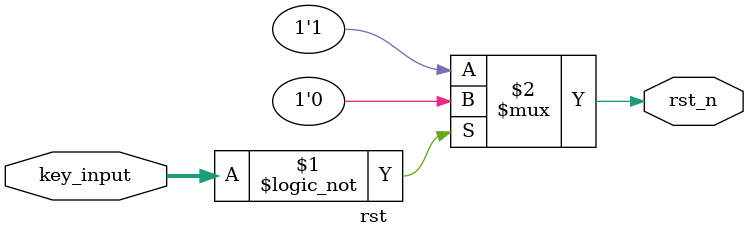
<source format=v>

module rst(
    input [3:0] key_input,
    output rst_n
);

assign rst_n = (key_input == 4'b0000) ? 1'b0 : 1'b1;

endmodule
</source>
